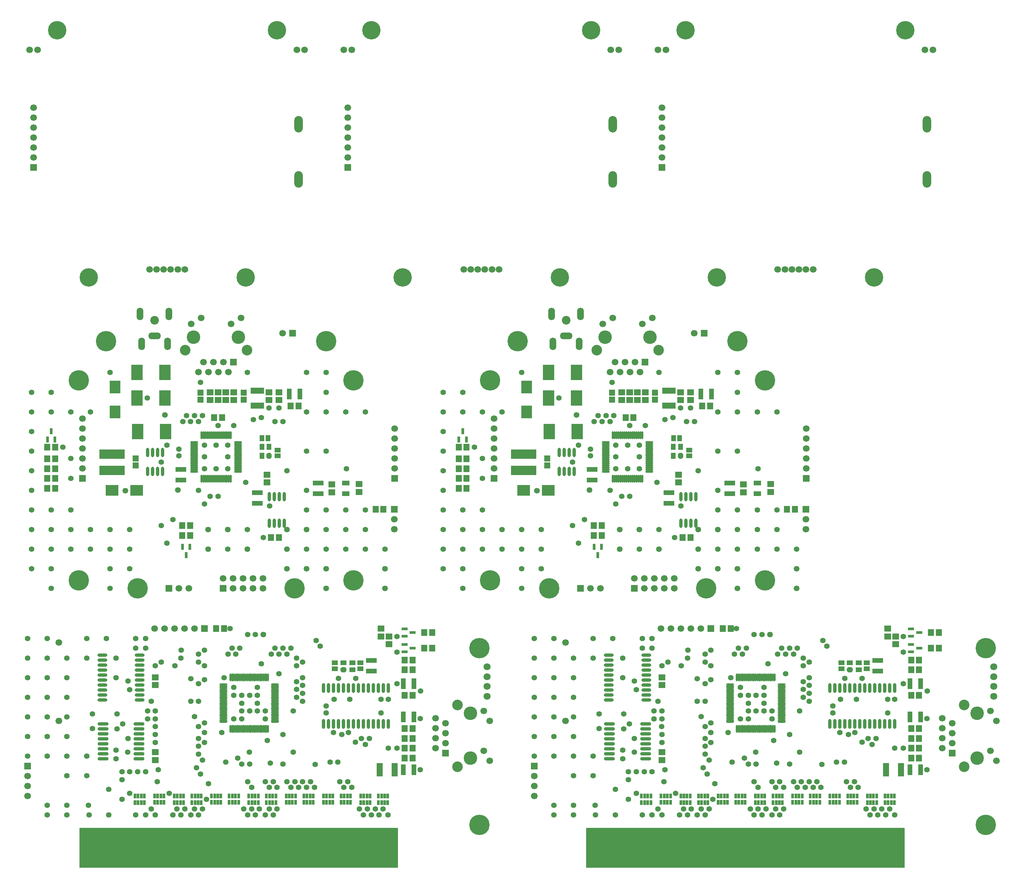
<source format=gts>
%FSLAX42Y42*%
%MOMM*%
G71*
G01*
G75*
G04 Layer_Color=8388736*
%ADD10C,0.20*%
%ADD11R,1.40X1.50*%
%ADD12R,1.50X1.40*%
%ADD13R,1.10X2.60*%
%ADD14R,2.60X1.10*%
%ADD15R,2.79X3.81*%
%ADD16R,2.50X3.00*%
%ADD17O,0.30X1.80*%
%ADD18O,1.80X0.30*%
%ADD19R,1.10X1.30*%
G04:AMPARAMS|DCode=20|XSize=1.3mm|YSize=1.1mm|CornerRadius=0mm|HoleSize=0mm|Usage=FLASHONLY|Rotation=90.000|XOffset=0mm|YOffset=0mm|HoleType=Round|Shape=Octagon|*
%AMOCTAGOND20*
4,1,8,0.28,0.65,-0.28,0.65,-0.55,0.38,-0.55,-0.38,-0.28,-0.65,0.28,-0.65,0.55,-0.38,0.55,0.38,0.28,0.65,0.0*
%
%ADD20OCTAGOND20*%

%ADD21O,0.60X2.20*%
%ADD22R,0.60X1.30*%
%ADD23R,6.30X2.15*%
%ADD24R,3.30X1.40*%
%ADD25R,3.00X2.50*%
%ADD26R,1.40X1.40*%
%ADD27R,1.10X1.40*%
%ADD28R,1.40X1.10*%
%ADD29R,1.70X1.10*%
%ADD30C,0.25*%
%ADD31C,1.00*%
%ADD32C,0.25*%
%ADD33C,0.50*%
%ADD34C,2.00*%
%ADD35C,0.30*%
%ADD36C,0.40*%
%ADD37O,1.27X7.62*%
%ADD38R,1.30X1.10*%
G04:AMPARAMS|DCode=39|XSize=1.3mm|YSize=1.1mm|CornerRadius=0mm|HoleSize=0mm|Usage=FLASHONLY|Rotation=360.000|XOffset=0mm|YOffset=0mm|HoleType=Round|Shape=Octagon|*
%AMOCTAGOND39*
4,1,8,0.65,-0.28,0.65,0.28,0.38,0.55,-0.38,0.55,-0.65,0.28,-0.65,-0.28,-0.38,-0.55,0.38,-0.55,0.65,-0.28,0.0*
%
%ADD39OCTAGOND39*%

%ADD40O,2.60X0.70*%
%ADD41R,1.40X3.30*%
%ADD42R,1.30X0.60*%
%ADD43O,0.60X2.30*%
%ADD44O,2.30X0.70*%
%ADD45O,0.24X1.80*%
%ADD46O,1.80X0.24*%
%ADD47R,0.50X1.00*%
%ADD48C,1.50*%
%ADD49O,2.00X4.00*%
%ADD50R,1.50X1.50*%
%ADD51C,4.50*%
%ADD52C,5.00*%
%ADD53R,1.50X1.50*%
%ADD54C,2.50*%
%ADD55C,3.25*%
%ADD56O,1.50X3.00*%
%ADD57O,3.00X1.50*%
%ADD58C,2.00*%
%ADD59C,1.20*%
%ADD60C,1.27*%
%ADD61C,1.60*%
%ADD62R,2.60X1.10*%
%ADD63R,81.12X10.16*%
%ADD64R,1.60X1.70*%
%ADD65R,1.70X1.60*%
%ADD66R,1.30X2.80*%
%ADD67R,2.80X1.30*%
%ADD68R,3.00X4.01*%
%ADD69R,2.70X3.20*%
%ADD70O,0.50X2.00*%
%ADD71O,2.00X0.50*%
%ADD72R,1.30X1.50*%
G04:AMPARAMS|DCode=73|XSize=1.5mm|YSize=1.3mm|CornerRadius=0mm|HoleSize=0mm|Usage=FLASHONLY|Rotation=90.000|XOffset=0mm|YOffset=0mm|HoleType=Round|Shape=Octagon|*
%AMOCTAGOND73*
4,1,8,0.33,0.75,-0.33,0.75,-0.65,0.43,-0.65,-0.43,-0.33,-0.75,0.33,-0.75,0.65,-0.43,0.65,0.43,0.33,0.75,0.0*
%
%ADD73OCTAGOND73*%

%ADD74O,0.80X2.40*%
%ADD75R,0.80X1.50*%
%ADD76R,6.50X2.35*%
%ADD77R,3.50X1.60*%
%ADD78R,3.20X2.70*%
%ADD79R,1.60X1.60*%
%ADD80R,1.30X1.60*%
%ADD81R,1.60X1.30*%
%ADD82R,1.90X1.30*%
%ADD83O,1.47X7.82*%
%ADD84R,1.50X1.30*%
G04:AMPARAMS|DCode=85|XSize=1.5mm|YSize=1.3mm|CornerRadius=0mm|HoleSize=0mm|Usage=FLASHONLY|Rotation=360.000|XOffset=0mm|YOffset=0mm|HoleType=Round|Shape=Octagon|*
%AMOCTAGOND85*
4,1,8,0.75,-0.33,0.75,0.33,0.43,0.65,-0.43,0.65,-0.75,0.33,-0.75,-0.33,-0.43,-0.65,0.43,-0.65,0.75,-0.33,0.0*
%
%ADD85OCTAGOND85*%

%ADD86O,2.80X0.90*%
%ADD87R,1.60X3.50*%
%ADD88R,1.50X0.80*%
%ADD89O,0.80X2.50*%
%ADD90O,2.50X0.90*%
%ADD91O,0.44X2.00*%
%ADD92O,2.00X0.44*%
%ADD93R,0.70X1.20*%
%ADD94C,1.70*%
%ADD95O,2.20X4.20*%
%ADD96R,1.70X1.70*%
%ADD97C,4.70*%
%ADD98C,5.20*%
%ADD99R,1.70X1.70*%
%ADD100C,2.70*%
%ADD101C,3.45*%
%ADD102O,1.70X3.20*%
%ADD103O,3.20X1.70*%
%ADD104C,2.20*%
%ADD105C,1.40*%
%ADD106C,1.47*%
%ADD107C,1.80*%
D63*
X18323Y9957D02*
D03*
X31223D02*
D03*
D64*
X21807Y18583D02*
D03*
X22007D02*
D03*
X19846Y21221D02*
D03*
X19646D02*
D03*
X19146Y17871D02*
D03*
X19346D02*
D03*
X13646Y19121D02*
D03*
X13446D02*
D03*
X13646Y19621D02*
D03*
X13446D02*
D03*
Y19371D02*
D03*
X13646D02*
D03*
X13446Y19871D02*
D03*
X13646D02*
D03*
X17696Y20921D02*
D03*
X17896D02*
D03*
X13646Y20171D02*
D03*
X13446D02*
D03*
X17086Y17921D02*
D03*
X16886D02*
D03*
Y18171D02*
D03*
X17086D02*
D03*
X32287Y18583D02*
D03*
X32487D02*
D03*
X30326Y21221D02*
D03*
X30126D02*
D03*
X29626Y17871D02*
D03*
X29826D02*
D03*
X24126Y19121D02*
D03*
X23926D02*
D03*
X24126Y19621D02*
D03*
X23926D02*
D03*
Y19371D02*
D03*
X24126D02*
D03*
X23926Y19871D02*
D03*
X24126D02*
D03*
X28176Y20921D02*
D03*
X28376D02*
D03*
X24126Y20171D02*
D03*
X23926D02*
D03*
X27566Y17921D02*
D03*
X27366D02*
D03*
Y18171D02*
D03*
X27566D02*
D03*
X23049Y15046D02*
D03*
X23249D02*
D03*
X23049Y15446D02*
D03*
X23249D02*
D03*
X22549Y12996D02*
D03*
X22749D02*
D03*
X22549Y12746D02*
D03*
X22749D02*
D03*
X22549Y12496D02*
D03*
X22749D02*
D03*
X22549Y12246D02*
D03*
X22749D02*
D03*
Y13846D02*
D03*
X22549D02*
D03*
X22549Y14496D02*
D03*
X22749D02*
D03*
X22549Y14746D02*
D03*
X22749D02*
D03*
X17749Y15546D02*
D03*
X17949D02*
D03*
X35949Y15046D02*
D03*
X36149D02*
D03*
X35949Y15446D02*
D03*
X36149D02*
D03*
X35449Y12996D02*
D03*
X35649D02*
D03*
X35449Y12746D02*
D03*
X35649D02*
D03*
X35449Y12496D02*
D03*
X35649D02*
D03*
X35449Y12246D02*
D03*
X35649D02*
D03*
Y13846D02*
D03*
X35449D02*
D03*
X35449Y14496D02*
D03*
X35649D02*
D03*
X35449Y14746D02*
D03*
X35649D02*
D03*
X30649Y15546D02*
D03*
X30849D02*
D03*
D65*
X19046Y19271D02*
D03*
Y19471D02*
D03*
X21386Y19231D02*
D03*
Y19031D02*
D03*
X20696Y19021D02*
D03*
Y19221D02*
D03*
X18196Y21371D02*
D03*
Y21571D02*
D03*
X17996Y21371D02*
D03*
Y21571D02*
D03*
X17796Y21371D02*
D03*
Y21571D02*
D03*
X17596Y21371D02*
D03*
Y21571D02*
D03*
X19346Y21371D02*
D03*
Y21571D02*
D03*
X19096Y21371D02*
D03*
Y21571D02*
D03*
X29526Y19271D02*
D03*
Y19471D02*
D03*
X31866Y19231D02*
D03*
Y19031D02*
D03*
X31176Y19021D02*
D03*
Y19221D02*
D03*
X28676Y21371D02*
D03*
Y21571D02*
D03*
X28476Y21371D02*
D03*
Y21571D02*
D03*
X28276Y21371D02*
D03*
Y21571D02*
D03*
X28076Y21371D02*
D03*
Y21571D02*
D03*
X29826Y21371D02*
D03*
Y21571D02*
D03*
X29576Y21371D02*
D03*
Y21571D02*
D03*
X22149Y15346D02*
D03*
Y15146D02*
D03*
X21949Y15346D02*
D03*
Y15546D02*
D03*
X16199Y12196D02*
D03*
Y12396D02*
D03*
X16199Y14306D02*
D03*
Y14106D02*
D03*
X35049Y15346D02*
D03*
Y15146D02*
D03*
X34849Y15346D02*
D03*
Y15546D02*
D03*
X29099Y12196D02*
D03*
Y12396D02*
D03*
X29099Y14306D02*
D03*
Y14106D02*
D03*
D66*
X19611Y21521D02*
D03*
X19881D02*
D03*
X30091D02*
D03*
X30361D02*
D03*
X22784Y14146D02*
D03*
X22514D02*
D03*
X22784Y13296D02*
D03*
X22514D02*
D03*
X22784Y11946D02*
D03*
X22514D02*
D03*
X35684Y14146D02*
D03*
X35414D02*
D03*
X35684Y13296D02*
D03*
X35414D02*
D03*
X35684Y11946D02*
D03*
X35414D02*
D03*
D67*
X20346Y19256D02*
D03*
Y18986D02*
D03*
X16846Y19606D02*
D03*
Y19336D02*
D03*
X18796Y19006D02*
D03*
Y18736D02*
D03*
X30826Y19256D02*
D03*
Y18986D02*
D03*
X27326Y19606D02*
D03*
Y19336D02*
D03*
X29276Y19006D02*
D03*
Y18736D02*
D03*
X21699Y14731D02*
D03*
Y14461D02*
D03*
X34599Y14731D02*
D03*
Y14461D02*
D03*
D68*
X15746Y20571D02*
D03*
X16458D02*
D03*
X16446Y21421D02*
D03*
X15733D02*
D03*
X16446Y22071D02*
D03*
X15733D02*
D03*
X26226Y20571D02*
D03*
X26938D02*
D03*
X26926Y21421D02*
D03*
X26213D02*
D03*
X26926Y22071D02*
D03*
X26213D02*
D03*
D69*
X15171Y21701D02*
D03*
Y21071D02*
D03*
X25651Y21701D02*
D03*
Y21071D02*
D03*
D70*
X17371Y20476D02*
D03*
X17421D02*
D03*
X17471D02*
D03*
X17521D02*
D03*
X17571D02*
D03*
X17621D02*
D03*
X17671D02*
D03*
X17721D02*
D03*
X17771D02*
D03*
X17821D02*
D03*
X17871D02*
D03*
X17921D02*
D03*
X17971D02*
D03*
X18021D02*
D03*
X18071D02*
D03*
X18121D02*
D03*
Y19366D02*
D03*
X18071D02*
D03*
X18021D02*
D03*
X17971D02*
D03*
X17921D02*
D03*
X17871D02*
D03*
X17821D02*
D03*
X17771D02*
D03*
X17721D02*
D03*
X17671D02*
D03*
X17621D02*
D03*
X17571D02*
D03*
X17521D02*
D03*
X17471D02*
D03*
X17421D02*
D03*
X17371D02*
D03*
X27851Y20476D02*
D03*
X27901D02*
D03*
X27951D02*
D03*
X28001D02*
D03*
X28051D02*
D03*
X28101D02*
D03*
X28151D02*
D03*
X28201D02*
D03*
X28251D02*
D03*
X28301D02*
D03*
X28351D02*
D03*
X28401D02*
D03*
X28451D02*
D03*
X28501D02*
D03*
X28551D02*
D03*
X28601D02*
D03*
Y19366D02*
D03*
X28551D02*
D03*
X28501D02*
D03*
X28451D02*
D03*
X28401D02*
D03*
X28351D02*
D03*
X28301D02*
D03*
X28251D02*
D03*
X28201D02*
D03*
X28151D02*
D03*
X28101D02*
D03*
X28051D02*
D03*
X28001D02*
D03*
X27951D02*
D03*
X27901D02*
D03*
X27851D02*
D03*
D71*
X18301Y20296D02*
D03*
Y20246D02*
D03*
Y20196D02*
D03*
Y20146D02*
D03*
Y20096D02*
D03*
Y20046D02*
D03*
Y19996D02*
D03*
Y19946D02*
D03*
Y19896D02*
D03*
Y19846D02*
D03*
Y19796D02*
D03*
Y19746D02*
D03*
Y19696D02*
D03*
Y19646D02*
D03*
Y19596D02*
D03*
Y19546D02*
D03*
X17191D02*
D03*
Y19596D02*
D03*
Y19646D02*
D03*
Y19696D02*
D03*
Y19746D02*
D03*
Y19796D02*
D03*
Y19846D02*
D03*
Y19896D02*
D03*
Y19946D02*
D03*
Y19996D02*
D03*
Y20046D02*
D03*
Y20096D02*
D03*
Y20146D02*
D03*
Y20196D02*
D03*
Y20246D02*
D03*
Y20296D02*
D03*
X28781D02*
D03*
Y20246D02*
D03*
Y20196D02*
D03*
Y20146D02*
D03*
Y20096D02*
D03*
Y20046D02*
D03*
Y19996D02*
D03*
Y19946D02*
D03*
Y19896D02*
D03*
Y19846D02*
D03*
Y19796D02*
D03*
Y19746D02*
D03*
Y19696D02*
D03*
Y19646D02*
D03*
Y19596D02*
D03*
Y19546D02*
D03*
X27671D02*
D03*
Y19596D02*
D03*
Y19646D02*
D03*
Y19696D02*
D03*
Y19746D02*
D03*
Y19796D02*
D03*
Y19846D02*
D03*
Y19896D02*
D03*
Y19946D02*
D03*
Y19996D02*
D03*
Y20046D02*
D03*
Y20096D02*
D03*
Y20146D02*
D03*
Y20196D02*
D03*
Y20246D02*
D03*
Y20296D02*
D03*
D72*
X18911Y19946D02*
D03*
X19091Y20176D02*
D03*
X18911D02*
D03*
X29391Y19946D02*
D03*
X29571Y20176D02*
D03*
X29391D02*
D03*
D73*
X19091Y19946D02*
D03*
X29571D02*
D03*
D74*
X19486Y18911D02*
D03*
X19359D02*
D03*
X19232D02*
D03*
X19105D02*
D03*
X19486Y18231D02*
D03*
X19359D02*
D03*
X19232D02*
D03*
X19105D02*
D03*
X16386Y20031D02*
D03*
X16259D02*
D03*
X16132D02*
D03*
X16005D02*
D03*
X16386Y19551D02*
D03*
X16259D02*
D03*
X16132D02*
D03*
X16005D02*
D03*
X29966Y18911D02*
D03*
X29839D02*
D03*
X29712D02*
D03*
X29585D02*
D03*
X29966Y18231D02*
D03*
X29839D02*
D03*
X29712D02*
D03*
X29585D02*
D03*
X26866Y20031D02*
D03*
X26739D02*
D03*
X26612D02*
D03*
X26485D02*
D03*
X26866Y19551D02*
D03*
X26739D02*
D03*
X26612D02*
D03*
X26485D02*
D03*
D75*
X13546Y20576D02*
D03*
X13641Y20366D02*
D03*
X13451D02*
D03*
X16986Y17416D02*
D03*
X16891Y17626D02*
D03*
X17081D02*
D03*
X24026Y20576D02*
D03*
X24121Y20366D02*
D03*
X23931D02*
D03*
X27466Y17416D02*
D03*
X27371Y17626D02*
D03*
X27561D02*
D03*
D76*
X15096Y19991D02*
D03*
Y19576D02*
D03*
X25576Y19991D02*
D03*
Y19576D02*
D03*
D77*
X18796Y21231D02*
D03*
Y21611D02*
D03*
X29276Y21231D02*
D03*
Y21611D02*
D03*
D78*
X15726Y19071D02*
D03*
X15096D02*
D03*
X26206D02*
D03*
X25576D02*
D03*
D79*
X18446Y21561D02*
D03*
Y21381D02*
D03*
X17346Y21561D02*
D03*
Y21381D02*
D03*
X15696Y19881D02*
D03*
Y19701D02*
D03*
X28926Y21561D02*
D03*
Y21381D02*
D03*
X27826Y21561D02*
D03*
Y21381D02*
D03*
X26176Y19881D02*
D03*
Y19701D02*
D03*
D80*
X19066Y20396D02*
D03*
X18916D02*
D03*
X29546D02*
D03*
X29396D02*
D03*
D81*
X19316Y19946D02*
D03*
Y20096D02*
D03*
X29796Y19946D02*
D03*
Y20096D02*
D03*
X20769Y14671D02*
D03*
Y14521D02*
D03*
X21419Y14671D02*
D03*
Y14521D02*
D03*
X33669Y14671D02*
D03*
Y14521D02*
D03*
X34319Y14671D02*
D03*
Y14521D02*
D03*
D82*
X21046Y18986D02*
D03*
Y19256D02*
D03*
X31526Y18986D02*
D03*
Y19256D02*
D03*
D83*
X14505Y10020D02*
D03*
X14759D02*
D03*
X15013D02*
D03*
X15267D02*
D03*
X15521D02*
D03*
X15775D02*
D03*
X16029D02*
D03*
X16283D02*
D03*
X16537D02*
D03*
X16791D02*
D03*
X17045D02*
D03*
X17299D02*
D03*
X17553D02*
D03*
X17807D02*
D03*
X18061D02*
D03*
X18315D02*
D03*
X18569D02*
D03*
X18823D02*
D03*
X19077D02*
D03*
X19331D02*
D03*
X19585D02*
D03*
X19839D02*
D03*
X20093D02*
D03*
X20347D02*
D03*
X20601D02*
D03*
X20855D02*
D03*
X21109D02*
D03*
X21363D02*
D03*
X21617D02*
D03*
X21871D02*
D03*
X22125D02*
D03*
X27405D02*
D03*
X27659D02*
D03*
X27913D02*
D03*
X28167D02*
D03*
X28421D02*
D03*
X28675D02*
D03*
X28929D02*
D03*
X29183D02*
D03*
X29437D02*
D03*
X29691D02*
D03*
X29945D02*
D03*
X30199D02*
D03*
X30453D02*
D03*
X30707D02*
D03*
X30961D02*
D03*
X31215D02*
D03*
X31469D02*
D03*
X31723D02*
D03*
X31977D02*
D03*
X32231D02*
D03*
X32485D02*
D03*
X32739D02*
D03*
X32993D02*
D03*
X33247D02*
D03*
X33501D02*
D03*
X33755D02*
D03*
X34009D02*
D03*
X34263D02*
D03*
X34517D02*
D03*
X34771D02*
D03*
X35025D02*
D03*
D84*
X20985Y14675D02*
D03*
X21215Y14495D02*
D03*
Y14675D02*
D03*
X33885D02*
D03*
X34115Y14495D02*
D03*
Y14675D02*
D03*
D85*
X20985Y14495D02*
D03*
X33885D02*
D03*
D86*
X15784Y12227D02*
D03*
Y12354D02*
D03*
Y12481D02*
D03*
Y12608D02*
D03*
Y12735D02*
D03*
Y12862D02*
D03*
Y12989D02*
D03*
Y13116D02*
D03*
X14864Y12227D02*
D03*
Y12354D02*
D03*
Y12481D02*
D03*
Y12608D02*
D03*
Y12735D02*
D03*
Y12862D02*
D03*
Y12989D02*
D03*
Y13116D02*
D03*
X28684Y12227D02*
D03*
Y12354D02*
D03*
Y12481D02*
D03*
Y12608D02*
D03*
Y12735D02*
D03*
Y12862D02*
D03*
Y12989D02*
D03*
Y13116D02*
D03*
X27764Y12227D02*
D03*
Y12354D02*
D03*
Y12481D02*
D03*
Y12608D02*
D03*
Y12735D02*
D03*
Y12862D02*
D03*
Y12989D02*
D03*
Y13116D02*
D03*
D87*
X21909Y11946D02*
D03*
X22289D02*
D03*
X34809D02*
D03*
X35189D02*
D03*
D88*
X22544Y15141D02*
D03*
Y14951D02*
D03*
X22754Y15046D02*
D03*
X22544Y15541D02*
D03*
Y15351D02*
D03*
X22754Y15446D02*
D03*
X35444Y15141D02*
D03*
Y14951D02*
D03*
X35654Y15046D02*
D03*
X35444Y15541D02*
D03*
Y15351D02*
D03*
X35654Y15446D02*
D03*
D89*
X20477Y13120D02*
D03*
X20604D02*
D03*
X20731D02*
D03*
X20858D02*
D03*
X20985D02*
D03*
X21112D02*
D03*
X21239D02*
D03*
X21366D02*
D03*
X21493D02*
D03*
X21620D02*
D03*
X21747D02*
D03*
X21874D02*
D03*
X22001D02*
D03*
X22128D02*
D03*
X20477Y14030D02*
D03*
X20604D02*
D03*
X20731D02*
D03*
X20858D02*
D03*
X20985D02*
D03*
X21112D02*
D03*
X21239D02*
D03*
X21366D02*
D03*
X21493D02*
D03*
X21620D02*
D03*
X21747D02*
D03*
X21874D02*
D03*
X22001D02*
D03*
X22128D02*
D03*
X33377Y13120D02*
D03*
X33504D02*
D03*
X33631D02*
D03*
X33758D02*
D03*
X33885D02*
D03*
X34012D02*
D03*
X34139D02*
D03*
X34266D02*
D03*
X34393D02*
D03*
X34520D02*
D03*
X34647D02*
D03*
X34774D02*
D03*
X34901D02*
D03*
X35028D02*
D03*
X33377Y14030D02*
D03*
X33504D02*
D03*
X33631D02*
D03*
X33758D02*
D03*
X33885D02*
D03*
X34012D02*
D03*
X34139D02*
D03*
X34266D02*
D03*
X34393D02*
D03*
X34520D02*
D03*
X34647D02*
D03*
X34774D02*
D03*
X34901D02*
D03*
X35028D02*
D03*
D90*
X15799Y13725D02*
D03*
Y13852D02*
D03*
Y13979D02*
D03*
Y14106D02*
D03*
Y14233D02*
D03*
Y14360D02*
D03*
Y14487D02*
D03*
Y14614D02*
D03*
Y14741D02*
D03*
Y14868D02*
D03*
X14849Y13725D02*
D03*
Y13852D02*
D03*
Y13979D02*
D03*
Y14106D02*
D03*
Y14233D02*
D03*
Y14360D02*
D03*
Y14487D02*
D03*
Y14614D02*
D03*
Y14741D02*
D03*
Y14868D02*
D03*
X28699Y13725D02*
D03*
Y13852D02*
D03*
Y13979D02*
D03*
Y14106D02*
D03*
Y14233D02*
D03*
Y14360D02*
D03*
Y14487D02*
D03*
Y14614D02*
D03*
Y14741D02*
D03*
Y14868D02*
D03*
X27749Y13725D02*
D03*
Y13852D02*
D03*
Y13979D02*
D03*
Y14106D02*
D03*
Y14233D02*
D03*
Y14360D02*
D03*
Y14487D02*
D03*
Y14614D02*
D03*
Y14741D02*
D03*
Y14868D02*
D03*
D91*
X19069Y14301D02*
D03*
X19029D02*
D03*
X18989D02*
D03*
X18949D02*
D03*
X18909D02*
D03*
X18869D02*
D03*
X18829D02*
D03*
X18789D02*
D03*
X18749D02*
D03*
X18709D02*
D03*
X18669D02*
D03*
X18629D02*
D03*
X18589D02*
D03*
X18549D02*
D03*
X18509D02*
D03*
X18469D02*
D03*
X18429D02*
D03*
X18389D02*
D03*
X18349D02*
D03*
X18309D02*
D03*
X18269D02*
D03*
X18229D02*
D03*
X18189D02*
D03*
X18149D02*
D03*
X18109D02*
D03*
Y12991D02*
D03*
X18149D02*
D03*
X18189D02*
D03*
X18229D02*
D03*
X18269D02*
D03*
X18309D02*
D03*
X18349D02*
D03*
X18389D02*
D03*
X18429D02*
D03*
X18469D02*
D03*
X18509D02*
D03*
X18549D02*
D03*
X18589D02*
D03*
X18629D02*
D03*
X18669D02*
D03*
X18709D02*
D03*
X18749D02*
D03*
X18789D02*
D03*
X18829D02*
D03*
X18869D02*
D03*
X18909D02*
D03*
X18949D02*
D03*
X18989D02*
D03*
X19029D02*
D03*
X19069D02*
D03*
X31969Y14301D02*
D03*
X31929D02*
D03*
X31889D02*
D03*
X31849D02*
D03*
X31809D02*
D03*
X31769D02*
D03*
X31729D02*
D03*
X31689D02*
D03*
X31649D02*
D03*
X31609D02*
D03*
X31569D02*
D03*
X31529D02*
D03*
X31489D02*
D03*
X31449D02*
D03*
X31409D02*
D03*
X31369D02*
D03*
X31329D02*
D03*
X31289D02*
D03*
X31249D02*
D03*
X31209D02*
D03*
X31169D02*
D03*
X31129D02*
D03*
X31089D02*
D03*
X31049D02*
D03*
X31009D02*
D03*
Y12991D02*
D03*
X31049D02*
D03*
X31089D02*
D03*
X31129D02*
D03*
X31169D02*
D03*
X31209D02*
D03*
X31249D02*
D03*
X31289D02*
D03*
X31329D02*
D03*
X31369D02*
D03*
X31409D02*
D03*
X31449D02*
D03*
X31489D02*
D03*
X31529D02*
D03*
X31569D02*
D03*
X31609D02*
D03*
X31649D02*
D03*
X31689D02*
D03*
X31729D02*
D03*
X31769D02*
D03*
X31809D02*
D03*
X31849D02*
D03*
X31889D02*
D03*
X31929D02*
D03*
X31969D02*
D03*
D92*
X17934Y14126D02*
D03*
Y14086D02*
D03*
Y14046D02*
D03*
Y14006D02*
D03*
Y13966D02*
D03*
Y13926D02*
D03*
Y13886D02*
D03*
Y13846D02*
D03*
Y13806D02*
D03*
Y13766D02*
D03*
Y13726D02*
D03*
Y13686D02*
D03*
Y13646D02*
D03*
Y13606D02*
D03*
Y13566D02*
D03*
Y13526D02*
D03*
Y13486D02*
D03*
Y13446D02*
D03*
Y13406D02*
D03*
Y13366D02*
D03*
Y13326D02*
D03*
Y13286D02*
D03*
Y13246D02*
D03*
Y13206D02*
D03*
Y13166D02*
D03*
X19244D02*
D03*
Y13206D02*
D03*
Y13246D02*
D03*
Y13286D02*
D03*
Y13326D02*
D03*
Y13366D02*
D03*
Y13406D02*
D03*
Y13446D02*
D03*
Y13486D02*
D03*
Y13526D02*
D03*
Y13566D02*
D03*
Y13606D02*
D03*
Y13646D02*
D03*
Y13686D02*
D03*
Y13726D02*
D03*
Y13766D02*
D03*
Y13806D02*
D03*
Y13846D02*
D03*
Y13886D02*
D03*
Y13926D02*
D03*
Y13966D02*
D03*
Y14006D02*
D03*
Y14046D02*
D03*
Y14086D02*
D03*
Y14126D02*
D03*
X30834D02*
D03*
Y14086D02*
D03*
Y14046D02*
D03*
Y14006D02*
D03*
Y13966D02*
D03*
Y13926D02*
D03*
Y13886D02*
D03*
Y13846D02*
D03*
Y13806D02*
D03*
Y13766D02*
D03*
Y13726D02*
D03*
Y13686D02*
D03*
Y13646D02*
D03*
Y13606D02*
D03*
Y13566D02*
D03*
Y13526D02*
D03*
Y13486D02*
D03*
Y13446D02*
D03*
Y13406D02*
D03*
Y13366D02*
D03*
Y13326D02*
D03*
Y13286D02*
D03*
Y13246D02*
D03*
Y13206D02*
D03*
Y13166D02*
D03*
X32144D02*
D03*
Y13206D02*
D03*
Y13246D02*
D03*
Y13286D02*
D03*
Y13326D02*
D03*
Y13366D02*
D03*
Y13406D02*
D03*
Y13446D02*
D03*
Y13486D02*
D03*
Y13526D02*
D03*
Y13566D02*
D03*
Y13606D02*
D03*
Y13646D02*
D03*
Y13686D02*
D03*
Y13726D02*
D03*
Y13766D02*
D03*
Y13806D02*
D03*
Y13846D02*
D03*
Y13886D02*
D03*
Y13926D02*
D03*
Y13966D02*
D03*
Y14006D02*
D03*
Y14046D02*
D03*
Y14086D02*
D03*
Y14126D02*
D03*
D93*
X22119Y11114D02*
D03*
X22039D02*
D03*
X21959D02*
D03*
X21879D02*
D03*
Y11276D02*
D03*
X21959D02*
D03*
X22039D02*
D03*
X22119D02*
D03*
X21669D02*
D03*
X21589D02*
D03*
X21509D02*
D03*
X21429D02*
D03*
Y11114D02*
D03*
X21509D02*
D03*
X21589D02*
D03*
X21669D02*
D03*
X19269D02*
D03*
X19189D02*
D03*
X19109D02*
D03*
X19029D02*
D03*
Y11276D02*
D03*
X19109D02*
D03*
X19189D02*
D03*
X19269D02*
D03*
X18819D02*
D03*
X18739D02*
D03*
X18659D02*
D03*
X18579D02*
D03*
Y11114D02*
D03*
X18659D02*
D03*
X18739D02*
D03*
X18819D02*
D03*
X17369D02*
D03*
X17289D02*
D03*
X17209D02*
D03*
X17129D02*
D03*
Y11276D02*
D03*
X17209D02*
D03*
X17289D02*
D03*
X17369D02*
D03*
X16919D02*
D03*
X16839D02*
D03*
X16759D02*
D03*
X16679D02*
D03*
Y11114D02*
D03*
X16759D02*
D03*
X16839D02*
D03*
X16919D02*
D03*
X16179Y11279D02*
D03*
X16259D02*
D03*
X16339D02*
D03*
X16419D02*
D03*
Y11116D02*
D03*
X16339D02*
D03*
X16259D02*
D03*
X16179D02*
D03*
X20929D02*
D03*
X21009D02*
D03*
X21089D02*
D03*
X21169D02*
D03*
Y11279D02*
D03*
X21089D02*
D03*
X21009D02*
D03*
X20929D02*
D03*
X20479D02*
D03*
X20559D02*
D03*
X20639D02*
D03*
X20719D02*
D03*
Y11116D02*
D03*
X20639D02*
D03*
X20559D02*
D03*
X20479D02*
D03*
X19979D02*
D03*
X20059D02*
D03*
X20139D02*
D03*
X20219D02*
D03*
Y11279D02*
D03*
X20139D02*
D03*
X20059D02*
D03*
X19979D02*
D03*
X19529D02*
D03*
X19609D02*
D03*
X19689D02*
D03*
X19769D02*
D03*
Y11116D02*
D03*
X19689D02*
D03*
X19609D02*
D03*
X19529D02*
D03*
X18079D02*
D03*
X18159D02*
D03*
X18239D02*
D03*
X18319D02*
D03*
Y11279D02*
D03*
X18239D02*
D03*
X18159D02*
D03*
X18079D02*
D03*
X17629D02*
D03*
X17709D02*
D03*
X17789D02*
D03*
X17869D02*
D03*
Y11116D02*
D03*
X17789D02*
D03*
X17709D02*
D03*
X17629D02*
D03*
X15919Y11276D02*
D03*
X15839D02*
D03*
X15759D02*
D03*
X15679D02*
D03*
Y11114D02*
D03*
X15759D02*
D03*
X15839D02*
D03*
X15919D02*
D03*
X35019D02*
D03*
X34939D02*
D03*
X34859D02*
D03*
X34779D02*
D03*
Y11276D02*
D03*
X34859D02*
D03*
X34939D02*
D03*
X35019D02*
D03*
X34569D02*
D03*
X34489D02*
D03*
X34409D02*
D03*
X34329D02*
D03*
Y11114D02*
D03*
X34409D02*
D03*
X34489D02*
D03*
X34569D02*
D03*
X32169D02*
D03*
X32089D02*
D03*
X32009D02*
D03*
X31929D02*
D03*
Y11276D02*
D03*
X32009D02*
D03*
X32089D02*
D03*
X32169D02*
D03*
X31719D02*
D03*
X31639D02*
D03*
X31559D02*
D03*
X31479D02*
D03*
Y11114D02*
D03*
X31559D02*
D03*
X31639D02*
D03*
X31719D02*
D03*
X30269D02*
D03*
X30189D02*
D03*
X30109D02*
D03*
X30029D02*
D03*
Y11276D02*
D03*
X30109D02*
D03*
X30189D02*
D03*
X30269D02*
D03*
X29819D02*
D03*
X29739D02*
D03*
X29659D02*
D03*
X29579D02*
D03*
Y11114D02*
D03*
X29659D02*
D03*
X29739D02*
D03*
X29819D02*
D03*
X29079Y11279D02*
D03*
X29159D02*
D03*
X29239D02*
D03*
X29319D02*
D03*
Y11116D02*
D03*
X29239D02*
D03*
X29159D02*
D03*
X29079D02*
D03*
X33829D02*
D03*
X33909D02*
D03*
X33989D02*
D03*
X34069D02*
D03*
Y11279D02*
D03*
X33989D02*
D03*
X33909D02*
D03*
X33829D02*
D03*
X33379D02*
D03*
X33459D02*
D03*
X33539D02*
D03*
X33619D02*
D03*
Y11116D02*
D03*
X33539D02*
D03*
X33459D02*
D03*
X33379D02*
D03*
X32879D02*
D03*
X32959D02*
D03*
X33039D02*
D03*
X33119D02*
D03*
Y11279D02*
D03*
X33039D02*
D03*
X32959D02*
D03*
X32879D02*
D03*
X32429D02*
D03*
X32509D02*
D03*
X32589D02*
D03*
X32669D02*
D03*
Y11116D02*
D03*
X32589D02*
D03*
X32509D02*
D03*
X32429D02*
D03*
X30979D02*
D03*
X31059D02*
D03*
X31139D02*
D03*
X31219D02*
D03*
Y11279D02*
D03*
X31139D02*
D03*
X31059D02*
D03*
X30979D02*
D03*
X30529D02*
D03*
X30609D02*
D03*
X30689D02*
D03*
X30769D02*
D03*
Y11116D02*
D03*
X30689D02*
D03*
X30609D02*
D03*
X30529D02*
D03*
X28819Y11276D02*
D03*
X28739D02*
D03*
X28659D02*
D03*
X28579D02*
D03*
Y11114D02*
D03*
X28659D02*
D03*
X28739D02*
D03*
X28819D02*
D03*
D94*
X16050Y24696D02*
D03*
X16230D02*
D03*
X16410D02*
D03*
X16590D02*
D03*
X16770D02*
D03*
X16950D02*
D03*
X13000Y30296D02*
D03*
X13200D02*
D03*
X20000D02*
D03*
X19800D02*
D03*
X13100Y28820D02*
D03*
Y28566D02*
D03*
Y28312D02*
D03*
Y28058D02*
D03*
Y27550D02*
D03*
Y27804D02*
D03*
X24050Y24696D02*
D03*
X24230D02*
D03*
X24410D02*
D03*
X24590D02*
D03*
X24770D02*
D03*
X24950D02*
D03*
X21000Y30296D02*
D03*
X21200D02*
D03*
X28000D02*
D03*
X27800D02*
D03*
X21100Y28820D02*
D03*
Y28566D02*
D03*
Y28312D02*
D03*
Y28058D02*
D03*
Y27550D02*
D03*
Y27804D02*
D03*
X32050Y24696D02*
D03*
X32230D02*
D03*
X32410D02*
D03*
X32590D02*
D03*
X32770D02*
D03*
X32950D02*
D03*
X29000Y30296D02*
D03*
X29200D02*
D03*
X36000D02*
D03*
X35800D02*
D03*
X29100Y28820D02*
D03*
Y28566D02*
D03*
Y28312D02*
D03*
Y28058D02*
D03*
Y27550D02*
D03*
Y27804D02*
D03*
X17054Y16571D02*
D03*
X16800D02*
D03*
X19442Y23071D02*
D03*
X17301Y22082D02*
D03*
X17113Y23309D02*
D03*
X18063Y22082D02*
D03*
X17809D02*
D03*
X17555D02*
D03*
X18378Y23462D02*
D03*
X17936Y22336D02*
D03*
X17682D02*
D03*
X17367Y23462D02*
D03*
X18124Y23309D02*
D03*
X17428Y22336D02*
D03*
X22296Y20641D02*
D03*
Y20387D02*
D03*
Y20133D02*
D03*
Y19879D02*
D03*
Y19625D02*
D03*
X22288Y18075D02*
D03*
Y18329D02*
D03*
X14346Y20895D02*
D03*
Y20641D02*
D03*
Y20387D02*
D03*
Y20133D02*
D03*
Y19625D02*
D03*
Y19879D02*
D03*
X17921Y16825D02*
D03*
X18175Y16571D02*
D03*
Y16825D02*
D03*
X18429Y16571D02*
D03*
Y16825D02*
D03*
X18683Y16571D02*
D03*
Y16825D02*
D03*
X18937Y16571D02*
D03*
Y16825D02*
D03*
X27534Y16571D02*
D03*
X27280D02*
D03*
X29922Y23071D02*
D03*
X27781Y22082D02*
D03*
X27593Y23309D02*
D03*
X28543Y22082D02*
D03*
X28289D02*
D03*
X28035D02*
D03*
X28858Y23462D02*
D03*
X28416Y22336D02*
D03*
X28162D02*
D03*
X27847Y23462D02*
D03*
X28604Y23309D02*
D03*
X27908Y22336D02*
D03*
X32776Y20641D02*
D03*
Y20387D02*
D03*
Y20133D02*
D03*
Y19879D02*
D03*
Y19625D02*
D03*
X32768Y18075D02*
D03*
Y18329D02*
D03*
X24826Y20895D02*
D03*
Y20641D02*
D03*
Y20387D02*
D03*
Y20133D02*
D03*
Y19625D02*
D03*
Y19879D02*
D03*
X28401Y16825D02*
D03*
X28655Y16571D02*
D03*
Y16825D02*
D03*
X28909Y16571D02*
D03*
Y16825D02*
D03*
X29163Y16571D02*
D03*
Y16825D02*
D03*
X29417Y16571D02*
D03*
Y16825D02*
D03*
X16179Y15546D02*
D03*
X16433D02*
D03*
X16687D02*
D03*
X16941D02*
D03*
X17195D02*
D03*
X12949Y11792D02*
D03*
Y11538D02*
D03*
Y11284D02*
D03*
X13743Y13192D02*
D03*
Y15192D02*
D03*
X23589Y13131D02*
D03*
X24562Y12435D02*
D03*
X24714Y13192D02*
D03*
X23589Y12877D02*
D03*
Y12623D02*
D03*
X24714Y12181D02*
D03*
X23335Y13004D02*
D03*
Y12750D02*
D03*
Y12496D02*
D03*
X24562Y13446D02*
D03*
X23335Y13258D02*
D03*
X29079Y15546D02*
D03*
X29333D02*
D03*
X29587D02*
D03*
X29841D02*
D03*
X30095D02*
D03*
X25849Y11792D02*
D03*
Y11538D02*
D03*
Y11284D02*
D03*
X26643Y13192D02*
D03*
Y15192D02*
D03*
X36489Y13131D02*
D03*
X37462Y12435D02*
D03*
X37614Y13192D02*
D03*
X36489Y12877D02*
D03*
Y12623D02*
D03*
X37614Y12181D02*
D03*
X36235Y13004D02*
D03*
Y12750D02*
D03*
Y12496D02*
D03*
X37462Y13446D02*
D03*
X36235Y13258D02*
D03*
D95*
X19850Y28396D02*
D03*
Y26996D02*
D03*
X27850Y28396D02*
D03*
Y26996D02*
D03*
X35850Y28396D02*
D03*
Y26996D02*
D03*
D96*
X13100Y27296D02*
D03*
X21100D02*
D03*
X29100D02*
D03*
X22296Y19371D02*
D03*
X22288Y18583D02*
D03*
X14346Y19371D02*
D03*
X32776D02*
D03*
X32768Y18583D02*
D03*
X24826Y19371D02*
D03*
X12949Y12046D02*
D03*
X23589Y12369D02*
D03*
X25849Y12046D02*
D03*
X36489Y12369D02*
D03*
D97*
X18500Y24496D02*
D03*
X14500D02*
D03*
X19300Y30796D02*
D03*
X13700D02*
D03*
X26500Y24496D02*
D03*
X22500D02*
D03*
X27300Y30796D02*
D03*
X21700D02*
D03*
X34500Y24496D02*
D03*
X30500D02*
D03*
X35300Y30796D02*
D03*
X29700D02*
D03*
D98*
X21246Y16771D02*
D03*
Y21871D02*
D03*
X14246D02*
D03*
Y16771D02*
D03*
X14946Y22871D02*
D03*
X20546D02*
D03*
X15746Y16571D02*
D03*
X19746D02*
D03*
X31726Y16771D02*
D03*
Y21871D02*
D03*
X24726D02*
D03*
Y16771D02*
D03*
X25426Y22871D02*
D03*
X31026D02*
D03*
X26226Y16571D02*
D03*
X30226D02*
D03*
X24449Y15046D02*
D03*
Y10546D02*
D03*
X37349Y15046D02*
D03*
Y10546D02*
D03*
D99*
X16546Y16571D02*
D03*
X19696Y23071D02*
D03*
X18190Y22336D02*
D03*
X17921Y16571D02*
D03*
X27026D02*
D03*
X30176Y23071D02*
D03*
X28670Y22336D02*
D03*
X28401Y16571D02*
D03*
X17449Y15546D02*
D03*
X30349D02*
D03*
D100*
X16958Y22641D02*
D03*
X18533D02*
D03*
X27438D02*
D03*
X29013D02*
D03*
X23894Y12026D02*
D03*
Y13600D02*
D03*
X36794Y12026D02*
D03*
Y13600D02*
D03*
D101*
X17174Y22971D02*
D03*
X18317D02*
D03*
X27654D02*
D03*
X28797D02*
D03*
X24224Y12242D02*
D03*
Y13385D02*
D03*
X37124Y12242D02*
D03*
Y13385D02*
D03*
D102*
X16508Y22805D02*
D03*
X15847D02*
D03*
X16546Y23567D02*
D03*
X15809D02*
D03*
X26988Y22805D02*
D03*
X26327D02*
D03*
X27026Y23567D02*
D03*
X26289D02*
D03*
D103*
X16178Y23008D02*
D03*
X26658D02*
D03*
D104*
X16178Y23402D02*
D03*
X26658D02*
D03*
D105*
X17396Y20971D02*
D03*
X17196D02*
D03*
X19106Y18675D02*
D03*
X14046Y19879D02*
D03*
Y19371D02*
D03*
X16796Y19946D02*
D03*
X16796Y20121D02*
D03*
X16896Y20821D02*
D03*
X16996Y20971D02*
D03*
X17096Y20821D02*
D03*
X17296D02*
D03*
X17746Y20221D02*
D03*
X17446D02*
D03*
Y19921D02*
D03*
X18046D02*
D03*
Y20221D02*
D03*
X17446Y19621D02*
D03*
X17746D02*
D03*
X18046D02*
D03*
X17296Y19071D02*
D03*
X17596Y18921D02*
D03*
X17796Y18921D02*
D03*
X18496Y19271D02*
D03*
X18946Y17871D02*
D03*
X19446Y20821D02*
D03*
X19246Y20821D02*
D03*
X18695Y20871D02*
D03*
X18896Y20921D02*
D03*
X19096Y21171D02*
D03*
X19346D02*
D03*
X17346Y21821D02*
D03*
X15996Y21421D02*
D03*
X17446Y18721D02*
D03*
X16646Y18321D02*
D03*
X13846Y20171D02*
D03*
X17796Y20721D02*
D03*
X18196D02*
D03*
X18046Y17571D02*
D03*
X20046D02*
D03*
X20546D02*
D03*
X21046D02*
D03*
X21546D02*
D03*
X22046D02*
D03*
X20546Y18071D02*
D03*
X21046D02*
D03*
X21546D02*
D03*
X20046Y18571D02*
D03*
X20546D02*
D03*
X21046D02*
D03*
X21546D02*
D03*
X20046Y19071D02*
D03*
X19546Y19571D02*
D03*
X20046Y20071D02*
D03*
X20546D02*
D03*
X21546Y21071D02*
D03*
X21046D02*
D03*
X20046D02*
D03*
X20546D02*
D03*
Y21571D02*
D03*
X20046Y22071D02*
D03*
X20546D02*
D03*
X18546D02*
D03*
X15546Y17571D02*
D03*
Y18071D02*
D03*
X15046Y17571D02*
D03*
X14546D02*
D03*
Y18071D02*
D03*
X15046D02*
D03*
X14046Y17571D02*
D03*
Y18071D02*
D03*
Y18571D02*
D03*
X13546D02*
D03*
Y18071D02*
D03*
Y17571D02*
D03*
Y17071D02*
D03*
X15046D02*
D03*
X15546D02*
D03*
X13046Y18571D02*
D03*
Y18071D02*
D03*
Y17571D02*
D03*
Y17071D02*
D03*
X13546Y16571D02*
D03*
X15046D02*
D03*
X13046Y19071D02*
D03*
Y19571D02*
D03*
Y20071D02*
D03*
Y20571D02*
D03*
Y21071D02*
D03*
Y21571D02*
D03*
X13546Y21071D02*
D03*
X14046D02*
D03*
X13546Y21571D02*
D03*
X14546Y21071D02*
D03*
X15046Y22071D02*
D03*
X21066Y19621D02*
D03*
X18546Y18071D02*
D03*
X16346Y19791D02*
D03*
X16496Y20221D02*
D03*
X16346Y18171D02*
D03*
X16496Y17721D02*
D03*
X27876Y20971D02*
D03*
X27676D02*
D03*
X29586Y18675D02*
D03*
X24526Y19879D02*
D03*
Y19371D02*
D03*
X27276Y19946D02*
D03*
X27276Y20121D02*
D03*
X27376Y20821D02*
D03*
X27476Y20971D02*
D03*
X27576Y20821D02*
D03*
X27776D02*
D03*
X28226Y20221D02*
D03*
X27926D02*
D03*
Y19921D02*
D03*
X28526D02*
D03*
Y20221D02*
D03*
X27926Y19621D02*
D03*
X28226D02*
D03*
X28526D02*
D03*
X27776Y19071D02*
D03*
X28076Y18921D02*
D03*
X28276Y18921D02*
D03*
X28976Y19271D02*
D03*
X29426Y17871D02*
D03*
X29926Y20821D02*
D03*
X29726Y20821D02*
D03*
X29175Y20871D02*
D03*
X29376Y20921D02*
D03*
X29576Y21171D02*
D03*
X29826D02*
D03*
X27826Y21821D02*
D03*
X26476Y21421D02*
D03*
X27926Y18721D02*
D03*
X27126Y18321D02*
D03*
X24326Y20171D02*
D03*
X28276Y20721D02*
D03*
X28676D02*
D03*
X28526Y17571D02*
D03*
X30526D02*
D03*
X31026D02*
D03*
X31526D02*
D03*
X32026D02*
D03*
X32526D02*
D03*
X31026Y18071D02*
D03*
X31526D02*
D03*
X32026D02*
D03*
X30526Y18571D02*
D03*
X31026D02*
D03*
X31526D02*
D03*
X32026D02*
D03*
X30526Y19071D02*
D03*
X30026Y19571D02*
D03*
X30526Y20071D02*
D03*
X31026D02*
D03*
X32026Y21071D02*
D03*
X31526D02*
D03*
X30526D02*
D03*
X31026D02*
D03*
Y21571D02*
D03*
X30526Y22071D02*
D03*
X31026D02*
D03*
X29026D02*
D03*
X26026Y17571D02*
D03*
Y18071D02*
D03*
X25526Y17571D02*
D03*
X25026D02*
D03*
Y18071D02*
D03*
X25526D02*
D03*
X24526Y17571D02*
D03*
Y18071D02*
D03*
Y18571D02*
D03*
X24026D02*
D03*
Y18071D02*
D03*
Y17571D02*
D03*
Y17071D02*
D03*
X25526D02*
D03*
X26026D02*
D03*
X23526Y18571D02*
D03*
Y18071D02*
D03*
Y17571D02*
D03*
Y17071D02*
D03*
X24026Y16571D02*
D03*
X25526D02*
D03*
X23526Y19071D02*
D03*
Y19571D02*
D03*
Y20071D02*
D03*
Y20571D02*
D03*
Y21071D02*
D03*
Y21571D02*
D03*
X24026Y21071D02*
D03*
X24526D02*
D03*
X24026Y21571D02*
D03*
X25026Y21071D02*
D03*
X25526Y22071D02*
D03*
X31546Y19621D02*
D03*
X29026Y18071D02*
D03*
X26826Y19791D02*
D03*
X26976Y20221D02*
D03*
X26826Y18171D02*
D03*
X26976Y17721D02*
D03*
X14599Y12996D02*
D03*
X19349Y14396D02*
D03*
X19799Y13796D02*
D03*
X16859Y14996D02*
D03*
X17989Y12146D02*
D03*
X18599Y12096D02*
D03*
X18549Y11646D02*
D03*
Y10796D02*
D03*
X18649Y10946D02*
D03*
X18849D02*
D03*
X17249Y11996D02*
D03*
X17352Y11843D02*
D03*
X17399Y12196D02*
D03*
X18749Y10796D02*
D03*
X17099Y14271D02*
D03*
X15499Y14206D02*
D03*
X16349Y14696D02*
D03*
X19449Y12096D02*
D03*
X18799Y14046D02*
D03*
X18199Y13246D02*
D03*
X18399D02*
D03*
X18999Y13446D02*
D03*
X19449Y12846D02*
D03*
X19709Y12396D02*
D03*
X19709Y13446D02*
D03*
X19049Y12696D02*
D03*
X18589Y12396D02*
D03*
X17299Y12346D02*
D03*
Y12546D02*
D03*
X17449Y12646D02*
D03*
X17299Y12746D02*
D03*
X17889Y12896D02*
D03*
X17449Y12896D02*
D03*
X17299Y13046D02*
D03*
X17449Y13146D02*
D03*
X16195Y13046D02*
D03*
X15546Y13986D02*
D03*
X16099Y13696D02*
D03*
X16199Y14596D02*
D03*
X16694D02*
D03*
X17199Y13306D02*
D03*
X17099Y13696D02*
D03*
X17299Y14146D02*
D03*
X17449Y14246D02*
D03*
X17449Y14596D02*
D03*
X17449Y14996D02*
D03*
X18799Y13446D02*
D03*
Y13646D02*
D03*
Y13846D02*
D03*
X18399Y13446D02*
D03*
X18599D02*
D03*
Y13846D02*
D03*
X18399D02*
D03*
Y13646D02*
D03*
X18099Y15546D02*
D03*
X18049Y14896D02*
D03*
X18149Y15046D02*
D03*
X18249Y14896D02*
D03*
X18349Y15046D02*
D03*
X18549Y15396D02*
D03*
X18749D02*
D03*
X18899Y14646D02*
D03*
X19149Y14896D02*
D03*
X19249Y15046D02*
D03*
X19346Y14896D02*
D03*
X19449Y15046D02*
D03*
X19549Y14896D02*
D03*
X20299Y15246D02*
D03*
X20399Y15096D02*
D03*
X19649Y15046D02*
D03*
X19799Y14796D02*
D03*
Y14596D02*
D03*
X19949Y14696D02*
D03*
X19799Y13996D02*
D03*
Y14196D02*
D03*
X19949Y14296D02*
D03*
Y14096D02*
D03*
Y13896D02*
D03*
Y13696D02*
D03*
X21649Y12746D02*
D03*
X21297Y12648D02*
D03*
X20949Y12846D02*
D03*
X21112Y12900D02*
D03*
X20731Y12899D02*
D03*
X20549Y13396D02*
D03*
Y13576D02*
D03*
X21149Y13746D02*
D03*
X22349Y15346D02*
D03*
Y14946D02*
D03*
X22954Y13956D02*
D03*
X21949Y13396D02*
D03*
Y13746D02*
D03*
X22128D02*
D03*
X22349Y14146D02*
D03*
X22949Y13256D02*
D03*
X22129Y12496D02*
D03*
X22349Y12496D02*
D03*
X21199Y11496D02*
D03*
X21099Y11646D02*
D03*
X20999Y11496D02*
D03*
X20899Y11646D02*
D03*
X20849Y12146D02*
D03*
X20649Y12146D02*
D03*
X19749Y11646D02*
D03*
X19549D02*
D03*
X19299Y11496D02*
D03*
X18299Y12246D02*
D03*
X18399Y12096D02*
D03*
X17549Y11596D02*
D03*
X17399Y10946D02*
D03*
X17299Y10796D02*
D03*
X17199Y10946D02*
D03*
X17099Y10796D02*
D03*
X16949Y10946D02*
D03*
X16849Y10796D02*
D03*
X16749Y10946D02*
D03*
X16649Y10796D02*
D03*
X16274Y11946D02*
D03*
X16249Y11646D02*
D03*
X16199Y10796D02*
D03*
X16099Y10946D02*
D03*
X15949Y10796D02*
D03*
X14509Y10796D02*
D03*
X15013Y10796D02*
D03*
X15549Y11346D02*
D03*
X15349Y11896D02*
D03*
Y11696D02*
D03*
X15013Y11446D02*
D03*
X18999Y10796D02*
D03*
X19099Y10946D02*
D03*
X19199Y10796D02*
D03*
X19299Y10946D02*
D03*
X21399Y10946D02*
D03*
X21499Y10796D02*
D03*
X21599Y10946D02*
D03*
X21699Y10796D02*
D03*
X21799Y10946D02*
D03*
X21899Y10796D02*
D03*
X21999Y10946D02*
D03*
X22123Y10796D02*
D03*
X20269Y12086D02*
D03*
X20149Y11646D02*
D03*
X19949D02*
D03*
X19099Y11496D02*
D03*
X19649D02*
D03*
X19849D02*
D03*
X20249D02*
D03*
X20049D02*
D03*
X18649D02*
D03*
X18999Y11646D02*
D03*
X19199D02*
D03*
X16849Y14796D02*
D03*
X17299Y14696D02*
D03*
X16549Y11346D02*
D03*
X17299Y13696D02*
D03*
Y14896D02*
D03*
X15498Y12398D02*
D03*
X15949Y11896D02*
D03*
X15549D02*
D03*
X15749D02*
D03*
X15699Y10796D02*
D03*
X15369Y13116D02*
D03*
X19124Y12121D02*
D03*
X15224Y13371D02*
D03*
X22949Y11946D02*
D03*
X18449Y10946D02*
D03*
X18999Y13246D02*
D03*
X15349Y11196D02*
D03*
X17499D02*
D03*
X15224Y12990D02*
D03*
X14599Y13371D02*
D03*
X20749Y13746D02*
D03*
X20859Y14274D02*
D03*
X21299Y14279D02*
D03*
X18199Y13846D02*
D03*
X17949Y14297D02*
D03*
X18198Y14048D02*
D03*
X16199Y12846D02*
D03*
Y12646D02*
D03*
Y13246D02*
D03*
Y13446D02*
D03*
X13949Y10796D02*
D03*
X13449D02*
D03*
Y11046D02*
D03*
X13949D02*
D03*
X21449Y12744D02*
D03*
X21549Y12594D02*
D03*
X15199Y12227D02*
D03*
X15199Y12446D02*
D03*
X15499Y12746D02*
D03*
X15999Y13446D02*
D03*
Y13246D02*
D03*
X14499Y11046D02*
D03*
X13949Y11796D02*
D03*
Y12296D02*
D03*
Y12796D02*
D03*
X14449Y11796D02*
D03*
Y12296D02*
D03*
X13949Y13296D02*
D03*
X13449Y12796D02*
D03*
Y12296D02*
D03*
X12949D02*
D03*
Y12796D02*
D03*
Y13296D02*
D03*
X13449D02*
D03*
Y13796D02*
D03*
X12949D02*
D03*
Y14296D02*
D03*
X13449D02*
D03*
Y14796D02*
D03*
X12949D02*
D03*
Y15296D02*
D03*
X13449D02*
D03*
X13949Y14796D02*
D03*
Y14296D02*
D03*
X14449Y14796D02*
D03*
Y15296D02*
D03*
X14949D02*
D03*
X15199Y14796D02*
D03*
Y14296D02*
D03*
X13949Y13796D02*
D03*
X15699Y15296D02*
D03*
X15949D02*
D03*
Y15046D02*
D03*
X15699D02*
D03*
X27499Y12996D02*
D03*
X32249Y14396D02*
D03*
X32699Y13796D02*
D03*
X29759Y14996D02*
D03*
X30889Y12146D02*
D03*
X31499Y12096D02*
D03*
X31449Y11646D02*
D03*
Y10796D02*
D03*
X31549Y10946D02*
D03*
X31749D02*
D03*
X30149Y11996D02*
D03*
X30252Y11843D02*
D03*
X30299Y12196D02*
D03*
X31649Y10796D02*
D03*
X29999Y14271D02*
D03*
X28399Y14206D02*
D03*
X29249Y14696D02*
D03*
X32349Y12096D02*
D03*
X31699Y14046D02*
D03*
X31099Y13246D02*
D03*
X31299D02*
D03*
X31899Y13446D02*
D03*
X32349Y12846D02*
D03*
X32609Y12396D02*
D03*
X32609Y13446D02*
D03*
X31949Y12696D02*
D03*
X31489Y12396D02*
D03*
X30199Y12346D02*
D03*
Y12546D02*
D03*
X30349Y12646D02*
D03*
X30199Y12746D02*
D03*
X30789Y12896D02*
D03*
X30349Y12896D02*
D03*
X30199Y13046D02*
D03*
X30349Y13146D02*
D03*
X29095Y13046D02*
D03*
X28446Y13986D02*
D03*
X28999Y13696D02*
D03*
X29099Y14596D02*
D03*
X29594D02*
D03*
X30099Y13306D02*
D03*
X29999Y13696D02*
D03*
X30199Y14146D02*
D03*
X30349Y14246D02*
D03*
X30349Y14596D02*
D03*
X30349Y14996D02*
D03*
X31699Y13446D02*
D03*
Y13646D02*
D03*
Y13846D02*
D03*
X31299Y13446D02*
D03*
X31499D02*
D03*
Y13846D02*
D03*
X31299D02*
D03*
Y13646D02*
D03*
X30999Y15546D02*
D03*
X30949Y14896D02*
D03*
X31049Y15046D02*
D03*
X31149Y14896D02*
D03*
X31249Y15046D02*
D03*
X31449Y15396D02*
D03*
X31649D02*
D03*
X31799Y14646D02*
D03*
X32049Y14896D02*
D03*
X32149Y15046D02*
D03*
X32246Y14896D02*
D03*
X32349Y15046D02*
D03*
X32449Y14896D02*
D03*
X33199Y15246D02*
D03*
X33299Y15096D02*
D03*
X32549Y15046D02*
D03*
X32699Y14796D02*
D03*
Y14596D02*
D03*
X32849Y14696D02*
D03*
X32699Y13996D02*
D03*
Y14196D02*
D03*
X32849Y14296D02*
D03*
Y14096D02*
D03*
Y13896D02*
D03*
Y13696D02*
D03*
X34549Y12746D02*
D03*
X34197Y12648D02*
D03*
X33849Y12846D02*
D03*
X34012Y12900D02*
D03*
X33631Y12899D02*
D03*
X33449Y13396D02*
D03*
Y13576D02*
D03*
X34049Y13746D02*
D03*
X35249Y15346D02*
D03*
Y14946D02*
D03*
X35854Y13956D02*
D03*
X34849Y13396D02*
D03*
Y13746D02*
D03*
X35028D02*
D03*
X35249Y14146D02*
D03*
X35849Y13256D02*
D03*
X35029Y12496D02*
D03*
X35249Y12496D02*
D03*
X34099Y11496D02*
D03*
X33999Y11646D02*
D03*
X33899Y11496D02*
D03*
X33799Y11646D02*
D03*
X33749Y12146D02*
D03*
X33549Y12146D02*
D03*
X32649Y11646D02*
D03*
X32449D02*
D03*
X32199Y11496D02*
D03*
X31199Y12246D02*
D03*
X31299Y12096D02*
D03*
X30449Y11596D02*
D03*
X30299Y10946D02*
D03*
X30199Y10796D02*
D03*
X30099Y10946D02*
D03*
X29999Y10796D02*
D03*
X29849Y10946D02*
D03*
X29749Y10796D02*
D03*
X29649Y10946D02*
D03*
X29549Y10796D02*
D03*
X29174Y11946D02*
D03*
X29149Y11646D02*
D03*
X29099Y10796D02*
D03*
X28999Y10946D02*
D03*
X28849Y10796D02*
D03*
X27409Y10796D02*
D03*
X27913Y10796D02*
D03*
X28449Y11346D02*
D03*
X28249Y11896D02*
D03*
Y11696D02*
D03*
X27913Y11446D02*
D03*
X31899Y10796D02*
D03*
X31999Y10946D02*
D03*
X32099Y10796D02*
D03*
X32199Y10946D02*
D03*
X34299Y10946D02*
D03*
X34399Y10796D02*
D03*
X34499Y10946D02*
D03*
X34599Y10796D02*
D03*
X34699Y10946D02*
D03*
X34799Y10796D02*
D03*
X34899Y10946D02*
D03*
X35023Y10796D02*
D03*
X33169Y12086D02*
D03*
X33049Y11646D02*
D03*
X32849D02*
D03*
X31999Y11496D02*
D03*
X32549D02*
D03*
X32749D02*
D03*
X33149D02*
D03*
X32949D02*
D03*
X31549D02*
D03*
X31899Y11646D02*
D03*
X32099D02*
D03*
X29749Y14796D02*
D03*
X30199Y14696D02*
D03*
X29449Y11346D02*
D03*
X30199Y13696D02*
D03*
Y14896D02*
D03*
X28398Y12398D02*
D03*
X28849Y11896D02*
D03*
X28449D02*
D03*
X28649D02*
D03*
X28599Y10796D02*
D03*
X28269Y13116D02*
D03*
X32024Y12121D02*
D03*
X28124Y13371D02*
D03*
X35849Y11946D02*
D03*
X31349Y10946D02*
D03*
X31899Y13246D02*
D03*
X28249Y11196D02*
D03*
X30399D02*
D03*
X28124Y12990D02*
D03*
X27499Y13371D02*
D03*
X33649Y13746D02*
D03*
X33759Y14274D02*
D03*
X34199Y14279D02*
D03*
X31099Y13846D02*
D03*
X30849Y14297D02*
D03*
X31098Y14048D02*
D03*
X29099Y12846D02*
D03*
Y12646D02*
D03*
Y13246D02*
D03*
Y13446D02*
D03*
X26849Y10796D02*
D03*
X26349D02*
D03*
Y11046D02*
D03*
X26849D02*
D03*
X34349Y12744D02*
D03*
X34449Y12594D02*
D03*
X28099Y12227D02*
D03*
X28099Y12446D02*
D03*
X28399Y12746D02*
D03*
X28899Y13446D02*
D03*
Y13246D02*
D03*
X27399Y11046D02*
D03*
X26849Y11796D02*
D03*
Y12296D02*
D03*
Y12796D02*
D03*
X27349Y11796D02*
D03*
Y12296D02*
D03*
X26849Y13296D02*
D03*
X26349Y12796D02*
D03*
Y12296D02*
D03*
X25849D02*
D03*
Y12796D02*
D03*
Y13296D02*
D03*
X26349D02*
D03*
Y13796D02*
D03*
X25849D02*
D03*
Y14296D02*
D03*
X26349D02*
D03*
Y14796D02*
D03*
X25849D02*
D03*
Y15296D02*
D03*
X26349D02*
D03*
X26849Y14796D02*
D03*
Y14296D02*
D03*
X27349Y14796D02*
D03*
Y15296D02*
D03*
X27849D02*
D03*
X28099Y14796D02*
D03*
Y14296D02*
D03*
X26849Y13796D02*
D03*
X28599Y15296D02*
D03*
X28849D02*
D03*
Y15046D02*
D03*
X28599D02*
D03*
D106*
X16776Y19081D02*
D03*
X15436Y19061D02*
D03*
X16446Y20991D02*
D03*
X20546Y17071D02*
D03*
X20046D02*
D03*
X19546Y17571D02*
D03*
Y18071D02*
D03*
X20046D02*
D03*
X22046Y17071D02*
D03*
Y16571D02*
D03*
X20546D02*
D03*
X19546Y17071D02*
D03*
X18046Y18071D02*
D03*
X17546D02*
D03*
Y17571D02*
D03*
X18546D02*
D03*
X27256Y19081D02*
D03*
X25916Y19061D02*
D03*
X26926Y20991D02*
D03*
X31026Y17071D02*
D03*
X30526D02*
D03*
X30026Y17571D02*
D03*
Y18071D02*
D03*
X30526D02*
D03*
X32526Y17071D02*
D03*
Y16571D02*
D03*
X31026D02*
D03*
X30026Y17071D02*
D03*
X28526Y18071D02*
D03*
X28026D02*
D03*
Y17571D02*
D03*
X29026D02*
D03*
X18949Y15396D02*
D03*
X31849D02*
D03*
D107*
X24649Y14073D02*
D03*
Y13819D02*
D03*
Y14573D02*
D03*
Y14319D02*
D03*
X37549Y14073D02*
D03*
Y13819D02*
D03*
Y14573D02*
D03*
Y14319D02*
D03*
M02*

</source>
